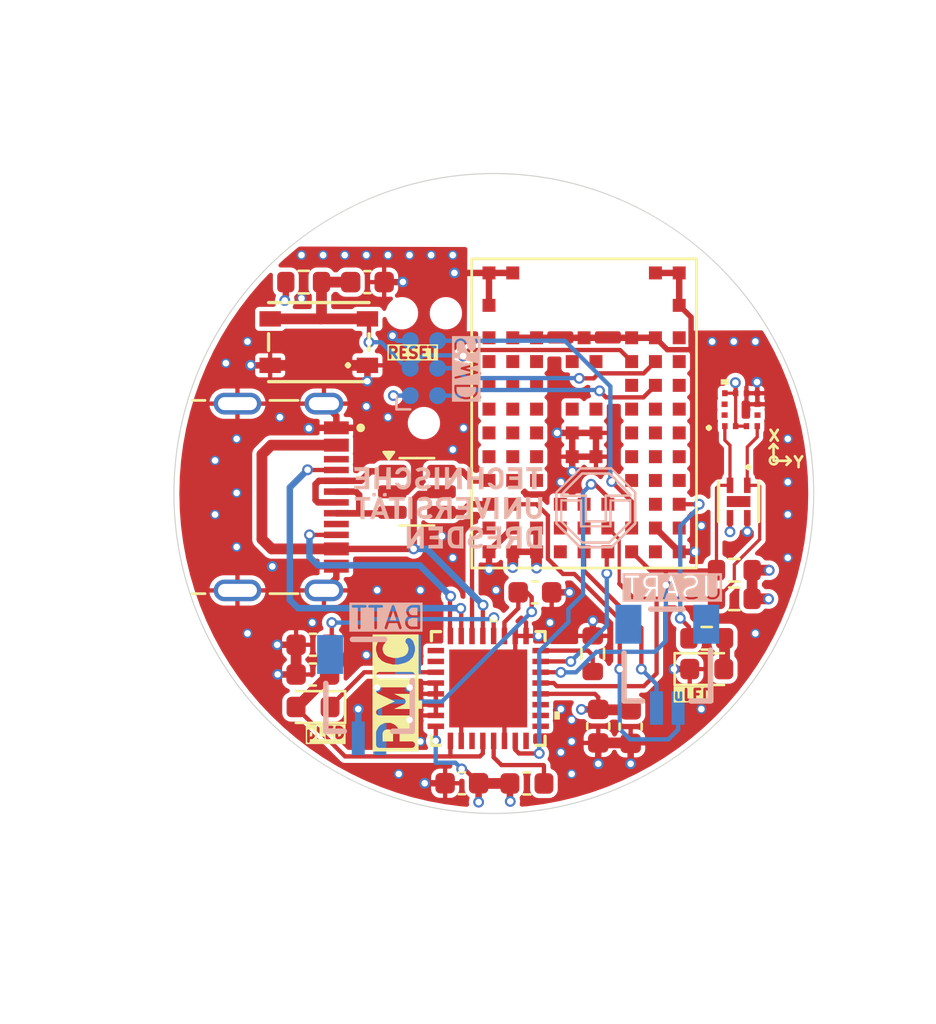
<source format=kicad_pcb>
(kicad_pcb (version 20240108) (generator "pcbnew") (generator_version "8.0")
  (layers (0 "F.Cu" signal) (1 "In1.Cu" power) (2 "In2.Cu" power) (31 "B.Cu" signal) (34 "B.Paste" user) (35 "F.Paste" user) (36 "B.SilkS" user "B.Silkscreen") (37 "F.SilkS" user "F.Silkscreen") (38 "B.Mask" user) (39 "F.Mask" user) (44 "Edge.Cuts" user))
  (net 0 "")
  (net 1 "/nRESET")
  (net 2 "GND")
  (net 3 "/VBUS")
  (net 4 "/VDD")
  (net 5 "/+BATT")
  (net 6 "/VSYS")
  (net 7 "/USB_VBUS")
  (net 8 "Net-(D1-A)")
  (net 9 "Net-(D3-K)")
  (net 10 "/PMIC_IO4")
  (net 11 "Net-(IC1-VSET2)")
  (net 12 "/SCL")
  (net 13 "/PMIC_IO2")
  (net 14 "/PMIC_SHPHLD")
  (net 15 "/USB_CC1")
  (net 16 "/PMIC_IO3")
  (net 17 "/PMIC_IO0")
  (net 18 "Net-(IC1-SW2)")
  (net 19 "/USB_CC2")
  (net 21 "/SDA")
  (net 22 "/PMIC_IO1")
  (net 23 "/SWCLK")
  (net 24 "/SWO")
  (net 25 "/SWDIO")
  (net 26 "Net-(J9-DP1)")
  (net 27 "Net-(J9-DN1)")
  (net 30 "/TX")
  (net 31 "/RX")
  (net 32 "/LED2")
  (net 35 "/CH0")
  (net 46 "/RTS")
  (net 55 "/XL2")
  (net 60 "/CTS")
  (net 65 "/XL1")
  (net 70 "Net-(IC1-LED0)")
  (net 71 "Net-(IC1-LED1)")
  (net 72 "/USB_DP")
  (net 73 "/USB_DN")
  (footprint "Capacitor_SMD:C_0603_1608Metric" (layer "F.Cu") (at 172.025 69.9 180)
    (property "Reference" "C14" (hide yes))
    (property "Value" "10uF")
  )
  (footprint "Resistor_SMD:R_0603_1608Metric" (layer "F.Cu") (at 171.6 51.75)
    (property "Reference" "R1" (hide yes))
    (property "Value" "4.7K")
  )
  (footprint "Capacitor_SMD:C_0603_1608Metric" (layer "F.Cu") (at 186.73 72.31 -90)
    (property "Reference" "C9" (hide yes))
    (property "Value" "100nF")
  )
  (footprint "Capacitor_SMD:C_0603_1608Metric" (layer "F.Cu") (at 174.55 51.75)
    (property "Reference" "C1" (hide yes))
    (property "Value" "100nF")
  )
  (footprint "Project_Work:NPM1300" (layer "F.Cu") (at 180.139999 70.5457 90)
    (property "Reference" "IC1" (hide yes))
    (property "Value" "NPM1300-QEAA-R")
  )
  (footprint "Inductor_SMD:L_0603_1608Metric" (layer "F.Cu") (at 181.93 74.94 180)
    (property "Reference" "L1" (hide yes))
    (property "Value" "2.2uH 20%")
  )
  (footprint "Project_Work:SW4_PTS815 SJM 250 SMTR LFS_CNK" (layer "F.Cu") (at 172.3 54.525 180)
    (property "Reference" "SW1" (hide yes))
    (property "Value" "SW_MEC_5E")
  )
  (footprint "Capacitor_SMD:C_0603_1608Metric" (layer "F.Cu") (at 185.23 72.29 -90)
    (property "Reference" "C7" (hide yes))
    (property "Value" "4.7uF")
  )
  (footprint "Resistor_SMD:R_0603_1608Metric" (layer "F.Cu") (at 191.525 66.4)
    (property "Reference" "R9" (hide yes))
    (property "Value" "4.7K")
  )
  (footprint "Resistor_SMD:R_0603_1608Metric" (layer "F.Cu") (at 191.525 65.075)
    (property "Reference" "R8" (hide yes))
    (property "Value" "4.7K")
  )
  (footprint "Project_Work:NORA-B106-00B" (layer "F.Cu") (at 184.575004 58.725 90)
    (property "Reference" "U1" (hide yes))
    (property "Value" "NORA-B106-00B")
  )
  (footprint "LED_SMD:LED_0603_1608Metric" (layer "F.Cu") (at 172.034997 71.404999 180)
    (property "Reference" "D3" (hide yes))
    (property "Value" "RED")
  )
  (footprint "Capacitor_SMD:C_0603_1608Metric" (layer "F.Cu") (at 178.92 74.93 180)
    (property "Reference" "C8" (hide yes))
    (property "Value" "10uF")
  )
  (footprint "Resistor_SMD:R_0603_1608Metric" (layer "F.Cu") (at 190.25 68.225 180)
    (property "Reference" "R2" (hide yes))
    (property "Value" "220R")
  )
  (footprint "Capacitor_SMD:C_0603_1608Metric" (layer "F.Cu") (at 182.3 66.1)
    (property "Reference" "C11" (hide yes))
    (property "Value" "2.2uF")
  )
  (footprint "Resistor_SMD:R_0603_1608Metric" (layer "F.Cu") (at 184.975 68.940002 90)
    (property "Reference" "R6" (hide yes))
    (property "Value" "330K")
  )
  (footprint "LED_SMD:LED_0603_1608Metric" (layer "F.Cu") (at 190.250003 69.649999)
    (property "Reference" "D1" (hide yes))
    (property "Value" "RED")
  )
  (footprint "Project_Work:SAMESKY_UJ20-C-H-G-SMT-P16-TR-USBC-FEMALE" (layer "F.Cu") (at 168.5375 61.69075 -90)
    (property "Reference" "J9" (hide yes))
    (property "Value" "UJ20-C-H-G-SMT-P16-TR")
  )
  (footprint "Project_Work:STS40" (layer "F.Cu") (at 191.724951 61.8993 -90)
    (property "Reference" "U4" (hide yes))
    (property "Value" "STS40")
  )
  (footprint "Capacitor_SMD:C_0603_1608Metric" (layer "F.Cu") (at 172.024998 68.524999 180)
    (property "Reference" "C13" (hide yes))
    (property "Value" "10uF")
  )
  (footprint "Project_Work:LIS2DTW12_STM" (layer "F.Cu") (at 191.8369 57.65 90)
    (property "Reference" "U2" (hide yes))
    (property "Value" "LIS2DTW12")
  )
  (footprint "Package_TO_SOT_SMD:SOT-23-6" (layer "F.Cu") (at 176.84 61.45)
    (property "Reference" "U6" (hide yes))
    (property "Value" "USBLC6-2SC6")
  )
  (footprint "Project_Work:SM02B-SRSS-TB" (layer "B.Cu") (at 188.425 69.475)
    (property "Reference" "J8" (hide yes))
    (property "Value" "SM02B-SRSS-TB")
  )
  (footprint "Project_Work:SM02B-SRSS-TB" (layer "B.Cu") (at 174.625 70.875)
    (property "Reference" "J4" (hide yes))
    (property "Value" "SM02B-SRSS-TB")
  )
  (footprint "LOGO" (layer "B.Cu") (at 180.47 62.19 180)
    (property "Reference" "g" (hide yes))
    (property "Value" "LOGO" (hide yes))
  )
  (footprint "Connector:Tag-Connect_TC2030-IDC-NL_2x03_P1.27mm_Vertical" (layer "B.Cu") (at 177.165 55.730002 90)
    (property "Reference" "J2" (hide yes))
    (property "Value" "SWD_TagConnect")
  )
  (gr_circle (center 193.35 60) (end 193.525 60.05) (stroke (width 0.12)) (fill none) (layer "F.SilkS"))
  (gr_circle (center 180.397502 61.527499) (end 195.197502 61.527499) (stroke (width 0.05)) (fill none) (layer "Edge.Cuts"))
  (gr_text "USART" (at 191.1 66.5 0) (layer "B.SilkS" knockout) (effects (font (size 1 1) (thickness 0.1)) (justify left bottom mirror)))
  (gr_text "SWD" (at 179.75 54.15 90) (layer "B.SilkS" knockout) (effects (font (size 1 1) (thickness 0.1)) (justify left bottom mirror)))
  (gr_text "BATT" (at 177.25 67.875 0) (layer "B.SilkS" knockout) (effects (font (size 1 1) (thickness 0.125)) (justify left bottom mirror)))
  (gr_text "pLED" (at 171.62 72.9 0) (layer "F.SilkS" knockout) (effects (font (size 0.5 0.5) (thickness 0.125) (bold yes)) (justify left bottom)))
  (gr_text "X\n" (at 193.05 59.15 0) (layer "F.SilkS") (effects (font (size 0.5 0.5) (thickness 0.125)) (justify left bottom)))
  (gr_text "→" (at 193.85 60.325 90) (layer "F.SilkS") (effects (font (size 1 1) (thickness 0.125)) (justify left bottom)))
  (gr_text "uLED" (at 188.64 71.14 0) (layer "F.SilkS" knockout) (effects (font (size 0.5 0.5) (thickness 0.125) (bold yes)) (justify left bottom)))
  (gr_text "PMIC" (at 176.8 73.7 90) (layer "F.SilkS" knockout) (effects (font (size 1.5 1.5) (thickness 0.3) (bold yes)) (justify left bottom)))
  (gr_text "Y" (at 194.2 60.375 0) (layer "F.SilkS") (effects (font (size 0.5 0.5) (thickness 0.125)) (justify left bottom)))
  (gr_text "RESET" (at 175.4 55.32 0) (layer "F.SilkS" knockout) (effects (font (size 0.5 0.5) (thickness 0.125)) (justify left bottom)))
  (gr_text "→" (at 193.050001 60.525 0) (layer "F.SilkS") (effects (font (size 1 1) (thickness 0.125)) (justify left bottom)))
  (segment (start 172.425 51.75) (end 173.774999 51.75) (width 0.5) (layer "F.Cu") (net 1))
  (segment (start 172.425 53.400001) (end 172.375 53.450001) (width 0.5) (layer "F.Cu") (net 1))
  (segment (start 174.54 53.460003) (end 174.550002 53.450001) (width 0.2) (layer "F.Cu") (net 1))
  (segment (start 178.98 55.17) (end 179.26 54.89) (width 0.2) (layer "F.Cu") (net 1))
  (segment (start 172.425 51.75) (end 172.425 53.400001) (width 0.5) (layer "F.Cu") (net 1))
  (segment (start 179.26 54.89) (end 186.240004 54.89) (width 0.2) (layer "F.Cu") (net 1))
  (segment (start 174.62 54.53) (end 174.62 53.519999) (width 0.2) (layer "F.Cu") (net 1))
  (segment (start 174.62 53.519999) (end 174.550002 53.450001) (width 0.2) (layer "F.Cu") (net 1))
  (segment (start 170.049999 53.450001) (end 172.375 53.450001) (width 0.5) (layer "F.Cu") (net 1))
  (segment (start 186.240004 54.89) (end 186.775004 55.425) (width 0.2) (layer "F.Cu") (net 1))
  (segment (start 172.375 53.450001) (end 174.550002 53.450001) (width 0.5) (layer "F.Cu") (net 1))
  (via (at 178.98 55.17) (size 0.5) (drill 0.3) (layers "F.Cu" "B.Cu") (net 1))
  (via (at 174.62 54.53) (size 0.5) (drill 0.3) (layers "F.Cu" "B.Cu") (net 1))
  (segment (start 175.18 54.53) (end 174.62 54.53) (width 0.2) (layer "B.Cu") (net 1))
  (segment (start 176.53 55.730002) (end 176.380002 55.730002) (width 0.2) (layer "B.Cu") (net 1))
  (segment (start 176.380002 55.730002) (end 175.18 54.53) (width 0.2) (layer "B.Cu") (net 1))
  (segment (start 177.1237 55.136302) (end 178.946302 55.136302) (width 0.2) (layer "B.Cu") (net 1))
  (segment (start 178.946302 55.136302) (end 178.98 55.17) (width 0.2) (layer "B.Cu") (net 1))
  (segment (start 176.53 55.730002) (end 177.1237 55.136302) (width 0.2) (layer "B.Cu") (net 1))
  (segment (start 184.975 67.415) (end 184.98 67.41) (width 0.3) (layer "F.Cu") (net 2))
  (segment (start 189.613749 69.650001) (end 188.73625 69.649999) (width 0.3) (layer "F.Cu") (net 2))
  (segment (start 180.175004 51.325) (end 178.575 51.325) (width 0.3) (layer "F.Cu") (net 2))
  (segment (start 178.144999 74.93) (end 177.2 74.93) (width 0.3) (layer "F.Cu") (net 2))
  (segment (start 180.175004 65.049996) (end 180.175 65.05) (width 0.3) (layer "F.Cu") (net 2))
  (segment (start 178.890001 71.795697) (end 180.139999 70.5457) (width 0.2) (layer "F.Cu") (net 2))
  (segment (start 187.875004 54.325) (end 187.875005 54.325001) (width 0.3) (layer "F.Cu") (net 2))
  (segment (start 185.23 73.065001) (end 186.71 73.065001) (width 0.5) (layer "F.Cu") (net 2))
  (segment (start 175.907852 59.34) (end 175.058599 58.490747) (width 0.3) (layer "F.Cu") (net 2))
  (segment (start 175.7025 61.45) (end 176.364999 61.45) (width 0.3) (layer "F.Cu") (net 2))
  (segment (start 192.125002 63.29) (end 192.125002 62.648603) (width 0.2) (layer "F.Cu") (net 2))
  (segment (start 173.112503 65.435751) (end 172.537502 66.010752) (width 0.3) (layer "F.Cu") (net 2))
  (segment (start 173.112503 64.890753) (end 170.159247 64.890753) (width 0.3) (layer "F.Cu") (net 2))
  (segment (start 184.025004 59.825) (end 184.025004 60.499996) (width 0.3) (layer "F.Cu") (net 2))
  (segment (start 186.775004 54.325) (end 187.875004 54.325) (width 0.3) (layer "F.Cu") (net 2))
  (segment (start 185.125002 58.725001) (end 185.125002 59.824998) (width 0.3) (layer "F.Cu") (net 2))
  (segment (start 192.598901 56.9) (end 192.586901 56.888) (width 0.15) (layer "F.Cu") (net 2))
  (segment (start 180.890001 72.971399) (end 180.890001 71.2957) (width 0.2) (layer "F.Cu") (net 2))
  (segment (start 170.399998 69.9) (end 170.394997 69.894999) (width 0.3) (layer "F.Cu") (net 2))
  (segment (start 192.586901 56.386901) (end 192.575 56.375) (width 0.2) (layer "F.Cu") (net 2))
  (segment (start 184.025004 59.825) (end 184.025004 58.725001) (width 0.3) (layer "F.Cu") (net 2))
  (segment (start 192.586901 56.888) (end 192.586901 56.386901) (width 0.2) (layer "F.Cu") (net 2))
  (segment (start 180.175002 52.824999) (end 180.175002 51.325002) (width 0.3) (layer "F.Cu") (net 2))
  (segment (start 184.025004 60.499996) (end 184.025 60.5) (width 0.3) (layer "F.Cu") (net 2))
  (segment (start 173.1125 58.490747) (end 173.1125 57.945747) (width 0.3) (layer "F.Cu") (net 2))
  (segment (start 177.714297 70.295698) (end 177.714299 71.795698) (width 0.2) (layer "F.Cu") (net 2))
  (segment (start 180.175002 51.325002) (end 180.175004 51.325) (width 0.3) (layer "F.Cu") (net 2))
  (segment (start 174.550001 56.319999) (end 174.54 56.33) (width 0.3) (layer "F.Cu") (net 2))
  (segment (start 183.075001 66.1) (end 183.9 66.1) (width 0.3) (layer "F.Cu") (net 2))
  (segment (start 185.23 73.065001) (end 185.23 74.03) (width 0.3) (layer "F.Cu") (net 2))
  (segment (start 181.390001 68.119999) (end 181.389996 68.119994) (width 0.2) (layer "F.Cu") (net 2))
  (segment (start 171.249999 69.9) (end 170.399998 69.9) (width 0.3) (layer "F.Cu") (net 2))
  (segment (start 170.159247 64.890753) (end 170.15 64.9) (width 0.3) (layer "F.Cu") (net 2))
  (segment (start 180.175004 64.224998) (end 181.275003 63.124999) (width 0.3) (layer "F.Cu") (net 2))
  (segment (start 184.575004 54.325) (end 186.775004 54.325) (width 0.3) (layer "F.Cu") (net 2))
  (segment (start 173.112503 64.890753) (end 173.112503 65.435751) (width 0.3) (layer "F.Cu") (net 2))
  (segment (start 171.249997 68.524999) (end 170.374997 68.524999) (width 0.3) (layer "F.Cu") (net 2))
  (segment (start 173.1125 58.490747) (end 171.859253 58.490747) (width 0.3) (layer "F.Cu") (net 2))
  (segment (start 184.025006 58.724999) (end 183.325001 58.724999) (width 0.3) (layer "F.Cu") (net 2))
  (segment (start 178.89 72.971405) (end 178.890001 71.795697) (width 0.2) (layer "F.Cu") (net 2))
  (segment (start 188.425004 54.875) (end 187.875005 54.325001) (width 0.25) (layer "F.Cu") (net 2))
  (segment (start 189.525004 54.875) (end 188.425004 54.875) (width 0.25) (layer "F.Cu") (net 2))
  (segment (start 184.970002 68.12) (end 184.975 68.115002) (width 0.5) (layer "F.Cu") (net 2))
  (segment (start 181.889998 68.12) (end 182.46 68.12) (width 0.2) (layer "F.Cu") (net 2))
  (segment (start 187.875004 51.325) (end 188.975004 51.325) (width 0.3) (layer "F.Cu") (net 2))
  (segment (start 170.049998 55.599999) (end 174.550001 55.599999) (width 0.5) (layer "F.Cu") (net 2))
  (segment (start 189.525004 53.375) (end 189.525004 54.49) (width 0.25) (layer "F.Cu") (net 2))
  (segment (start 171.249997 68.525002) (end 171.249996 69.899999) (width 0.5) (layer "F.Cu") (net 2))
  (segment (start 188.975006 64.224999) (end 189.699999 64.224999) (width 0.3) (layer "F.Cu") (net 2))
  (segment (start 176.82 59.34) (end 175.907852 59.34) (width 0.3) (layer "F.Cu") (net 2))
  (segment (start 175.058599 58.490747) (end 173.1125 58.490747) (width 0.3) (layer "F.Cu") (net 2))
  (segment (start 172.5375 57.370747) (end 172.537501 57.370748) (width 0.3) (layer "F.Cu") (net 2))
  (segment (start 189.699999 64.224999) (end 189.7 64.225) (width 0.3) (layer "F.Cu") (net 2))
  (segment (start 192.086899 56.888) (end 192.586901 56.888) (width 0.15) (layer "F.Cu") (net 2))
  (segment (start 181.889997 68.119998) (end 181.390001 68.119999) (width 0.2) (layer "F.Cu") (net 2))
  (segment (start 185.125002 59.824998) (end 185.125004 59.825) (width 0.3) (layer "F.Cu") (net 2))
  (segment (start 171.859253 58.490747) (end 171.84 58.51) (width 0.3) (layer "F.Cu") (net 2))
  (segment (start 192.598901 57.4) (end 192.598901 56.9) (width 0.15) (layer "F.Cu") (net 2))
  (segment (start 176.364999 61.45) (end 176.82 60.994999) (width 0.3) (layer "F.Cu") (net 2))
  (segment (start 187.875011 63.125004) (end 188.975006 64.224999) (width 0.3) (layer "F.Cu") (net 2))
  (segment (start 176.18 51.75) (end 176.19 51.74) (width 0.3) (layer "F.Cu") (net 2))
  (segment (start 181.389996 68.119994) (end 181.389996 69.295701) (width 0.2) (layer "F.Cu") (net 2))
  (segment (start 180.175004 51.325) (end 181.275004 51.325) (width 0.3) (layer "F.Cu") (net 2))
  (segment (start 180.890001 71.2957) (end 180.139999 70.5457) (width 0.2) (layer "F.Cu") (net 2))
  (segment (start 185.125004 59.825) (end 184.025004 59.825) (width 0.3) (layer "F.Cu") (net 2))
  (segment (start 185.125 58.724999) (end 185.125002 58.725001) (width 0.3) (layer "F.Cu") (net 2))
  (segment (start 182.375004 54.325) (end 181.275008 54.325) (width 0.3) (layer "F.Cu") (net 2))
  (segment (start 170.049998 55.599999) (end 169.159999 55.599999) (width 0.3) (layer "F.Cu") (net 2))
  (segment (start 184.975 68.115002) (end 184.975 67.415) (width 0.3) (layer "F.Cu") (net 2))
  (segment (start 182.375004 54.325) (end 184.575004 54.325) (width 0.3) (layer "F.Cu") (net 2))
  (segment (start 188.975004 51.325) (end 188.975004 52.825) (width 0.3) (layer "F.Cu") (net 2))
  (segment (start 189.525004 54.49) (end 189.525004 54.875) (width 0.25) (layer "F.Cu") (net 2))
  (segment (start 184.025006 58.724999) (end 185.125 58.724999) (width 0.3) (layer "F.Cu") (net 2))
  (segment (start 181.389996 69.295701) (end 180.139999 70.5457) (width 0.2) (layer "F.Cu") (net 2))
  (segment (start 187.875004 63.125004) (end 187.875011 63.125004) (width 0.3) (layer "F.Cu") (net 2))
  (segment (start 184.025004 58.725001) (end 184.025006 58.724999) (width 0.3) (layer "F.Cu") (net 2))
  (segment (start 190.49 54.49) (end 190.5 54.5) (width 0.3) (layer "F.Cu") (net 2))
  (segment (start 186.71 73.065001) (end 186.73 73.085001) (width 0.5) (layer "F.Cu") (net 2))
  (segment (start 176.82 60.994999) (end 176.82 59.34) (width 0.3) (layer "F.Cu") (net 2))
  (segment (start 183.325001 58.724999) (end 183.325 58.725) (width 0.3) (layer "F.Cu") (net 2))
  (segment (start 173.1125 57.945747) (end 172.537501 57.370748) (width 0.3) (layer "F.Cu") (net 2))
  (segment (start 186.73 73.085001) (end 186.73 74.03) (width 0.3) (layer "F.Cu") (net 2))
  (segment (start 181.275008 54.325) (end 181.275004 54.324996) (width 0.3) (layer "F.Cu") (net 2))
  (segment (start 177.714299 71.795698) (end 177.714298 71.795699) (width 0.2) (layer "F.Cu") (net 2))
  (segment (start 180.175004 64.224998) (end 180.175004 65.049996) (width 0.3) (layer "F.Cu") (net 2))
  (segment (start 175.325001 51.75) (end 176.18 51.75) (width 0.3) (layer "F.Cu") (net 2))
  (segment (start 189.525004 54.49) (end 190.49 54.49) (width 0.25) (layer "F.Cu") (net 2))
  (segment (start 169.159999 55.599999) (end 169.15 55.59) (width 0.3) (layer "F.Cu") (net 2))
  (segment (start 174.550001 55.599999) (end 174.550001 56.319999) (width 0.3) (layer "F.Cu") (net 2))
  (segment (start 188.975004 52.825) (end 189.525004 53.375) (width 0.25) (layer "F.Cu") (net 2))
  (via (at 194 59) (size 0.45) (drill 0.3) (layers "F.Cu" "B.Cu") (net 2))
  (via (at 170.374997 68.524999) (size 0.5) (drill 0.3) (layers "F.Cu" "B.Cu") (net 2))
  (via (at 178.5 59.5) (size 0.45) (drill 0.3) (layers "F.Cu" "B.Cu") (net 2))
  (via (at 183.9 66.1) (size 0.5) (drill 0.3) (layers "F.Cu" "B.Cu") (net 2))
  (via (at 178.5 50.5) (size 0.45) (drill 0.3) (layers "F.Cu" "B.Cu") (net 2))
  (via (at 184 74.5) (size 0.45) (drill 0.3) (layers "F.Cu" "B.Cu") (net 2))
  (via (at 168.5 61.5) (size 0.45) (drill 0.3) (layers "F.Cu" "B.Cu") (net 2))
  (via (at 188.733749 69.647501) (size 0.5) (drill 0.3) (layers "F.Cu" "B.Cu") (net 2))
  (via (at 189.7 64.225) (size 0.5) (drill 0.3) (layers "F.Cu" "B.Cu") (net 2))
  (via (at 179 58.5) (size 0.45) (drill 0.3) (layers "F.Cu" "B.Cu") (net 2))
  (via (at 178.575 51.325) (size 0.5) (drill 0.3) (layers "F.Cu" "B.Cu") (net 2))
  (via (at 180.175 65.05) (size 0.5) (drill 0.3) (layers "F.Cu" "B.Cu") (net 2))
  (via (at 184 73) (size 0.45) (drill 0.3) (layers "F.Cu" "B.Cu") (net 2))
  (via (at 171.5 50.5) (size 0.45) (drill 0.3) (layers "F.Cu" "B.Cu") (net 2))
  (via (at 176 74.5) (size 0.45) (drill 0.3) (layers "F.Cu" "B.Cu") (net 2))
  (via (at 184 72) (size 0.45) (drill 0.3) (layers "F.Cu" "B.Cu") (net 2))
  (via (at 175 70.5) (size 0.45) (drill 0.3) (layers "F.Cu" "B.Cu") (net 2))
  (via (at 170.394997 69.894999) (size 0.5) (drill 0.3) (layers "F.Cu" "B.Cu") (net 2))
  (via (at 168 55.5) (size 0.45) (drill 0.3) (layers "F.Cu" "B.Cu") (net 2))
  (via (at 174.5 50.5) (size 0.45) (drill 0.3) (layers "F.Cu" "B.Cu") (net 2))
  (via (at 173.5 50.5) (size 0.45) (drill 0.3) (layers "F.Cu" "B.Cu") (net 2))
  (via (at 192.575 56.375) (size 0.5) (drill 0.3) (layers "F.Cu" "B.Cu") (net 2))
  (via (at 190.5 54.5) (size 0.45) (drill 0.3) (layers "F.Cu" "B.Cu") (net 2))
  (via (at 190 71.5) (size 0.45) (drill 0.3) (layers "F.Cu" "B.Cu") (net 2))
  (via (at 172 67.5) (size 0.45) (drill 0.3) (layers "F.Cu" "B.Cu") (net 2))
  (via (at 185.23 74.03) (size 0.5) (drill 0.3) (layers "F.Cu" "B.Cu") (net 2))
  (via (at 190.005995 63.021052) (size 0.45) (drill 0.3) (layers "F.Cu" "B.Cu") (net 2))
  (via (at 177 73) (size 0.45) (drill 0.3) (layers "F.Cu" "B.Cu") (net 2))
  (via (at 174.5 57.5) (size 0.45) (drill 0.3) (layers "F.Cu" "B.Cu") (net 2))
  (via (at 177 66) (size 0.45) (drill 0.3) (layers "F.Cu" "B.Cu") (net 2))
  (via (at 177.2 74.93) (size 0.5) (drill 0.3) (layers "F.Cu" "B.Cu") (net 2))
  (via (at 191.5 54.5) (size 0.45) (drill 0.3) (layers "F.Cu" "B.Cu") (net 2))
  (via (at 192.5 54.5) (size 0.45) (drill 0.3) (layers "F.Cu" "B.Cu") (net 2))
  (via (at 169.15 55.59) (size 0.5) (drill 0.3) (layers "F.Cu" "B.Cu") (net 2))
  (via (at 178 63.5) (size 0.45) (drill 0.3) (layers "F.Cu" "B.Cu") (net 2))
  (via (at 183 67.5) (size 0.45) (drill 0.3) (layers "F.Cu" "B.Cu") (net 2))
  (via (at 183.5 71.5) (size 0.45) (drill 0.3) (layers "F.Cu" "B.Cu") (net 2))
  (via (at 183.5 61) (size 0.45) (drill 0.3) (layers "F.Cu" "B.Cu") (net 2))
  (via (at 194 64.5) (size 0.45) (drill 0.3) (layers "F.Cu" "B.Cu") (net 2))
  (via (at 176.5 50.5) (size 0.45) (drill 0.3) (layers "F.Cu" "B.Cu") (net 2))
  (via (at 169 54.5) (size 0.45) (drill 0.3) (layers "F.Cu" "B.Cu") (net 2))
  (via (at 178.5 64.5) (size 0.45) (drill 0.3) (layers "F.Cu" "B.Cu") (net 2))
  (via (at 168.5 59) (size 0.45) (drill 0.3) (layers "F.Cu" "B.Cu") (net 2))
  (via (at 170.15 64.9) (size 0.5) (drill 0.3) (layers "F.Cu" "B.Cu") (net 2))
  (via (at 171.5 52.5) (size 0.45) (drill 0.3) (layers "F.Cu" "B.Cu") (net 2))
  (via (at 176.19 51.74) (size 0.5) (drill 0.3) (layers "F.Cu" "B.Cu") (net 2))
  (via (at 186.73 74.03) (size 0.5) (drill 0.3) (layers "F.Cu" "B.Cu") (net 2))
  (via (at 170.5 58) (size 0.45) (drill 0.3) (layers "F.Cu" "B.Cu") (net 2))
  (via (at 184.025 60.5) (size 0.5) (drill 0.3) (layers "F.Cu" "B.Cu") (net 2))
  (via (at 168.5 64) (size 0.45) (drill 0.3) (layers "F.Cu" "B.Cu") (net 2))
  (via (at 182.46 68.12) (size 0.5) (drill 0.3) (layers "F.Cu" "B.Cu") (net 2))
  (via (at 177.5 50.5) (size 0.45) (drill 0.3) (layers "F.Cu" "B.Cu") (net 2))
  (via (at 175.5 50.5) (size 0.45) (drill 0.3) (layers "F.Cu" "B.Cu") (net 2))
  (via (at 180.5 66) (size 0.45) (drill 0.3) (layers "F.Cu" "B.Cu") (net 2))
  (via (at 175.5 58) (size 0.45) (drill 0.3) (layers "F.Cu" "B.Cu") (net 2))
  (via (at 174.125 71.5) (size 0.5) (drill 0.3) (layers "F.Cu" "B.Cu") (net 2))
  (via (at 183.325 58.725) (size 0.5) (drill 0.3) (layers "F.Cu" "B.Cu") (net 2))
  (via (at 184.98 67.41) (size 0.5) (drill 0.3) (layers "F.Cu" "B.Cu") (net 2))
  (via (at 194 62.5) (size 0.45) (drill 0.3) (layers "F.Cu" "B.Cu") (net 2))
  (via (at 167.5 62.5) (size 0.45) (drill 0.3) (layers "F.Cu" "B.Cu") (net 2))
  (via (at 176.5 72) (size 0.45) (drill 0.3) (layers "F.Cu" "B.Cu") (net 2))
  (via (at 175 66) (size 0.45) (drill 0.3) (layers "F.Cu" "B.Cu") (net 2))
  (via (at 167.5 60) (size 0.45) (drill 0.3) (layers "F.Cu" "B.Cu") (net 2))
  (via (at 172.5 50.5) (size 0.45) (drill 0.3) (layers "F.Cu" "B.Cu") (net 2))
  (via (at 183.5 73.5) (size 0.45) (drill 0.3) (layers "F.Cu" "B.Cu") (net 2))
  (via (at 192.5 68) (size 0.45) (drill 0.3) (layers "F.Cu" "B.Cu") (net 2))
  (via (at 176.5 70.5) (size 0.45) (drill 0.3) (layers "F.Cu" "B.Cu") (net 2))
  (via (at 169 68) (size 0.45) (drill 0.3) (layers "F.Cu" "B.Cu") (net 2))
  (via (at 192.125002 63.29) (size 0.5) (drill 0.3) (layers "F.Cu" "B.Cu") (net 2))
  (via (at 174.5 69) (size 0.45) (drill 0.3) (layers "F.Cu" "B.Cu") (net 2))
  (via (at 175.71 54.23) (size 0.5) (drill 0.3) (layers "F.Cu" "B.Cu") (net 2))
  (via (at 171.84 58.51) (size 0.5) (drill 0.3) (layers "F.Cu" "B.Cu") (net 2))
  (via (at 174.54 56.33) (size 0.5) (drill 0.3) (layers "F.Cu" "B.Cu") (net 2))
  (via (at 194 61) (size 0.45) (drill 0.3) (layers "F.Cu" "B.Cu") (net 2))
  (segment (start 174.124999 72.850001) (end 174.124999 71.500001) (width 0.3) (layer "B.Cu") (net 2))
  (segment (start 174.124999 71.500001) (end 174.125 71.5) (width 0.3) (layer "B.Cu") (net 2))
  (segment (start 176.53 54.460004) (end 175.940004 54.460004) (width 0.2) (layer "B.Cu") (net 2))
  (segment (start 175.940004 54.460004) (end 175.71 54.23) (width 0.2) (layer "B.Cu") (net 2))
  (segment (start 179.61 63.24) (end 180.060004 63.24) (width 0.2) (layer "F.Cu") (net 3))
  (segment (start 180.060004 63.24) (end 180.175004 63.125) (width 0.2) (layer "F.Cu") (net 3))
  (segment (start 179.389998 68.12) (end 179.389998 63.460002) (width 0.2) (layer "F.Cu") (net 3))
  (segment (start 179.389998 63.460002) (end 179.61 63.24) (width 0.2) (layer "F.Cu") (net 3))
  (segment (start 179.705002 74.940001) (end 179.695001 74.93) (width 0.5) (layer "F.Cu") (net 4))
  (segment (start 191.5869 56.887999) (end 191.5869 58.411999) (width 0.15) (layer "F.Cu") (net 4))
  (segment (start 184.45 71.514999) (end 185.23 71.514999) (width 0.3) (layer "F.Cu") (net 4))
  (segment (start 181.142498 75.752498) (end 181.16 75.77) (width 0.3) (layer "F.Cu") (net 4))
  (segment (start 182.375002 64.225001) (end 182.375002 64.974998) (width 0.5) (layer "F.Cu") (net 4))
  (segment (start 177.714299 72.965701) (end 177.71 72.97) (width 0.2) (layer "F.Cu") (net 4))
  (segment (start 191.5869 56.887999) (end 191.5869 56.4119) (width 0.2) (layer "F.Cu") (net 4))
  (segment (start 185.23 70.95) (end 185.23 71.514999) (width 0.2) (layer "F.Cu") (net 4))
  (segment (start 192.35 65.075) (end 193.135 65.075) (width 0.5) (layer "F.Cu") (net 4))
  (segment (start 192.086899 58.412) (end 192.0869 58.412001) (width 0.15) (layer "F.Cu") (net 4))
  (segment (start 186.73 71.534999) (end 185.25 71.534999) (width 0.5) (layer "F.Cu") (net 4))
  (segment (start 191.5869 56.4119) (end 191.575 56.4) (width 0.2) (layer "F.Cu") (net 4))
  (segment (start 193.135 65.075) (end 193.14 65.08) (width 0.5) (layer "F.Cu") (net 4))
  (segment (start 182.375002 64.974998) (end 182.375 64.975) (width 0.5) (layer "F.Cu") (net 4))
  (segment (start 182.5657 70.7957) (end 185.0757 70.7957) (width 0.2) (layer "F.Cu") (net 4))
  (segment (start 182.375002 64.225001) (end 182.375002 63.125002) (width 0.3) (layer "F.Cu") (net 4))
  (segment (start 191.5869 58.411999) (end 191.586901 58.412) (width 0.15) (layer "F.Cu") (net 4))
  (segment (start 181.275004 64.949996) (end 181.275 64.95) (width 0.5) (layer "F.Cu") (net 4))
  (segment (start 185.0757 70.7957) (end 185.23 70.95) (width 0.2) (layer "F.Cu") (net 4))
  (segment (start 170.775 52.55) (end 170.775 51.75) (width 0.3) (layer "F.Cu") (net 4))
  (segment (start 191.325 63.3) (end 191.324902 63.299902) (width 0.2) (layer "F.Cu") (net 4))
  (segment (start 182.375002 63.125002) (end 182.375004 63.125) (width 0.3) (layer "F.Cu") (net 4))
  (segment (start 170.725 52.6) (end 170.775 52.55) (width 0.3) (layer "F.Cu") (net 4))
  (segment (start 181.275004 64.225001) (end 181.275004 64.949996) (width 0.5) (layer "F.Cu") (net 4))
  (segment (start 177.714299 72.295699) (end 177.714299 72.965701) (width 0.2) (layer "F.Cu") (net 4))
  (segment (start 179.035001 74.27) (end 179.695001 74.93) (width 0.2) (layer "F.Cu") (net 4))
  (segment (start 191.586899 56.888) (end 191.5869 56.887999) (width 0.15) (layer "F.Cu") (net 4))
  (segment (start 179.695001 75.804999) (end 179.695001 74.93) (width 0.3) (layer "F.Cu") (net 4))
  (segment (start 181.142498 74.940001) (end 179.705002 74.940001) (width 0.5) (layer "F.Cu") (net 4))
  (segment (start 191.586901 58.412) (end 192.086899 58.412) (width 0.15) (layer "F.Cu") (net 4))
  (segment (start 191.0869 56.888) (end 191.586899 56.888) (width 0.15) (layer "F.Cu") (net 4))
  (segment (start 192.35 66.4) (end 193.1 66.4) (width 0.5) (layer "F.Cu") (net 4))
  (segment (start 191.324902 63.299902) (end 191.324902 62.648601) (width 0.2) (layer "F.Cu") (net 4))
  (segment (start 193.1 66.4) (end 193.11 66.41) (width 0.5) (layer "F.Cu") (net 4))
  (segment (start 178.91 74.27) (end 179.035001 74.27) (width 0.2) (layer "F.Cu") (net 4))
  (segment (start 192.35 65.075) (end 192.35 66.4) (width 0.5) (layer "F.Cu") (net 4))
  (segment (start 181.142498 74.940001) (end 181.142498 75.752498) (width 0.3) (layer "F.Cu") (net 4))
  (segment (start 181.275004 64.225001) (end 182.375002 64.225001) (width 0.3) (layer "F.Cu") (net 4))
  (segment (start 185.25 71.534999) (end 185.23 71.514999) (width 0.5) (layer "F.Cu") (net 4))
  (via (at 181.16 75.77) (size 0.5) (drill 0.3) (layers "F.Cu" "B.Cu") (net 4))
  (via (at 193.11 66.41) (size 0.5) (drill 0.3) (layers "F.Cu" "B.Cu") (net 4))
  (via (at 193.14 65.08) (size 0.5) (drill 0.3) (layers "F.Cu" "B.Cu") (net 4))
  (via (at 170.725 52.6) (size 0.5) (drill 0.3) (layers "F.Cu" "B.Cu") (net 4))
  (via (at 191.575 56.4) (size 0.5) (drill 0.3) (layers "F.Cu" "B.Cu") (net 4))
  (via (at 178.91 74.27) (size 0.5) (drill 0.3) (layers "F.Cu" "B.Cu") (net 4))
  (via (at 182.375 64.975) (size 0.5) (drill 0.3) (layers "F.Cu" "B.Cu") (net 4))
  (via (at 181.275 64.95) (size 0.5) (drill 0.3) (layers "F.Cu" "B.Cu") (net 4))
  (via (at 177.71 72.97) (size 0.5) (drill 0.3) (layers "F.Cu" "B.Cu") (net 4))
  (via (at 175.75 57) (size 0.5) (drill 0.3) (layers "F.Cu" "B.Cu") (net 4))
  (via (at 191.325 63.3) (size 0.5) (drill 0.3) (layers "F.Cu" "B.Cu") (net 4))
  (via (at 179.695001 75.804999) (size 0.5) (drill 0.3) (layers "F.Cu" "B.Cu") (net 4))
  (via (at 184.45 71.514999) (size 0.5) (drill 0.3) (layers "F.Cu" "B.Cu") (net 4))
  (segment (start 176.530001 57.000002) (end 175.750002 57.000002) (width 0.2) (layer "B.Cu") (net 4))
  (segment (start 175.750002 57.000002) (end 175.75 57) (width 0.2) (layer "B.Cu") (net 4))
  (segment (start 177.71 72.97) (end 177.71 73.98) (width 0.2) (layer "B.Cu") (net 4))
  (segment (start 177.71 73.98) (end 178.62 73.98) (width 0.2) (layer "B.Cu") (net 4))
  (segment (start 178.62 73.98) (end 178.91 74.27) (width 0.2) (layer "B.Cu") (net 4))
  (segment (start 180.89 67.48) (end 181.53 66.84) (width 0.2) (layer "F.Cu") (net 5))
  (segment (start 181.925 66.1) (end 182.15 66.325) (width 0.2) (layer "F.Cu") (net 5))
  (segment (start 181.53 66.84) (end 181.53 66.105001) (width 0.2) (layer "F.Cu") (net 5))
  (segment (start 182.15 66.325) (end 182.15 67) (width 0.2) (layer "F.Cu") (net 5))
  (segment (start 180.89 68.120001) (end 180.89 67.48) (width 0.2) (layer "F.Cu") (net 5))
  (segment (start 181.524999 66.1) (end 181.514999 66.1) (width 0.2) (layer "F.Cu") (net 5))
  (segment (start 181.53 66.105001) (end 181.524999 66.1) (width 0.2) (layer "F.Cu") (net 5))
  (segment (start 181.524999 66.1) (end 181.925 66.1) (width 0.2) (layer "F.Cu") (net 5))
  (via (at 182.15 67) (size 0.5) (drill 0.3) (layers "F.Cu" "B.Cu") (net 5))
  (segment (start 175.15 71.15) (end 175.125001 71.174999) (width 0.2) (layer "B.Cu") (net 5))
  (segment (start 175.125001 71.174999) (end 175.125001 72.850002) (width 0.2) (layer "B.Cu") (net 5))
  (segment (start 178 71.15) (end 175.15 71.15) (width 0.2) (layer "B.Cu") (net 5))
  (segment (start 182.15 67) (end 178 71.15) (width 0.2) (layer "B.Cu") (net 5))
  (segment (start 172.9 68.424998) (end 172.799999 68.524999) (width 0.2) (layer "F.Cu") (net 6))
  (segment (start 172.9 67.5) (end 172.9 68.424998) (width 0.2) (layer "F.Cu") (net 6))
  (segment (start 171.295003 71.404998) (end 172.800001 69.9) (width 0.5) (layer "F.Cu") (net 6))
  (segment (start 171.247495 71.404998) (end 171.295003 71.404998) (width 0.5) (layer "F.Cu") (net 6))
  (segment (start 180.389999 68.119999) (end 180.389999 67.280001) (width 0.2) (layer "F.Cu") (net 6))
  (segment (start 179.7524 73.69) (end 179.889999 73.552401) (width 0.2) (layer "F.Cu") (net 6))
  (segment (start 178.39 73.68) (end 178.38 73.69) (width 0.2) (layer "F.Cu") (net 6))
  (segment (start 178.39 72.9714) (end 178.39 73.68) (width 0.2) (layer "F.Cu") (net 6))
  (segment (start 171.247495 71.404998) (end 171.247495 71.422495) (width 0.2) (layer "F.Cu") (net 6))
  (segment (start 179.889999 73.552401) (end 179.889999 72.971401) (width 0.2) (layer "F.Cu") (net 6))
  (segment (start 172.799999 68.525002) (end 172.8 69.899996) (width 0.5) (layer "F.Cu") (net 6))
  (segment (start 173.515 73.69) (end 178.38 73.69) (width 0.2) (layer "F.Cu") (net 6))
  (segment (start 178.38 73.69) (end 179.7524 73.69) (width 0.2) (layer "F.Cu") (net 6))
  (segment (start 180.389999 67.280001) (end 180.4 67.27) (width 0.2) (layer "F.Cu") (net 6))
  (segment (start 171.247495 71.422495) (end 173.515 73.69) (width 0.2) (layer "F.Cu") (net 6))
  (via (at 180.4 67.27) (size 0.5) (drill 0.3) (layers "F.Cu" "B.Cu") (net 6))
  (via (at 172.9 67.5) (size 0.5) (drill 0.3) (layers "F.Cu" "B.Cu") (net 6))
  (segment (start 180.4 67.27) (end 180.295 67.375) (width 0.2) (layer "B.Cu") (net 6))
  (segment (start 180.33 67.34) (end 174.685 67.34) (width 0.2) (layer "B.Cu") (net 6))
  (segment (start 174.685 67.34) (end 174.525 67.5) (width 0.2) (layer "B.Cu") (net 6))
  (segment (start 180.4 67.27) (end 180.33 67.34) (width 0.2) (layer "B.Cu") (net 6))
  (segment (start 174.525 67.5) (end 172.9 67.5) (width 0.2) (layer "B.Cu") (net 6))
  (segment (start 176.68925 64.09075) (end 176.69 64.09) (width 0.3) (layer "F.Cu") (net 7))
  (segment (start 179.889996 68.120001) (end 179.889996 66.700004) (width 0.2) (layer "F.Cu") (net 7))
  (segment (start 179.889996 66.700004) (end 179.9 66.69) (width 0.2) (layer "F.Cu") (net 7))
  (segment (start 176.69 64.09) (end 176.69 61.81) (width 0.3) (layer "F.Cu") (net 7))
  (segment (start 173.1125 64.09075) (end 176.68925 64.09075) (width 0.3) (layer "F.Cu") (net 7))
  (segment (start 169.67 63.64) (end 170.12075 64.09075) (width 0.5) (layer "F.Cu") (net 7))
  (segment (start 173.1125 59.29075) (end 170.09925 59.29075) (width 0.5) (layer "F.Cu") (net 7))
  (segment (start 169.67 59.72) (end 169.67 63.64) (width 0.5) (layer "F.Cu") (net 7))
  (segment (start 170.09925 59.29075) (end 169.67 59.72) (width 0.5) (layer "F.Cu") (net 7))
  (segment (start 176.95 61.55) (end 177.975 61.55) (width 0.3) (layer "F.Cu") (net 7))
  (segment (start 176.69 61.81) (end 176.95 61.55) (width 0.3) (layer "F.Cu") (net 7))
  (segment (start 170.12075 64.09075) (end 173.1125 64.09075) (width 0.5) (layer "F.Cu") (net 7))
  (via (at 179.9 66.69) (size 0.5) (drill 0.3) (layers "F.Cu" "B.Cu") (net 7))
  (via (at 176.68925 64.09075) (size 0.5) (drill 0.3) (layers "F.Cu" "B.Cu") (net 7))
  (segment (start 176.68925 64.09075) (end 177.30075 64.09075) (width 0.3) (layer "B.Cu") (net 7))
  (segment (start 177.30075 64.09075) (end 179.9 66.69) (width 0.3) (layer "B.Cu") (net 7))
  (segment (start 191.075 69.612505) (end 191.037505 69.65) (width 0.5) (layer "F.Cu") (net 8))
  (segment (start 191.075 68.225) (end 191.075 69.612505) (width 0.5) (layer "F.Cu") (net 8))
  (segment (start 172.822499 71.377501) (end 172.822499 71.405) (width 0.2) (layer "F.Cu") (net 9))
  (segment (start 174.404301 69.795699) (end 172.822499 71.377501) (width 0.2) (layer "F.Cu") (net 9))
  (segment (start 177.7143 69.795699) (end 174.404301 69.795699) (width 0.2) (layer "F.Cu") (net 9))
  (segment (start 182.565699 68.795701) (end 184.755701 68.795701) (width 0.2) (layer "F.Cu") (net 11))
  (segment (start 184.975 69.015) (end 184.975 69.765002) (width 0.2) (layer "F.Cu") (net 11))
  (segment (start 184.755701 68.795701) (end 184.975 69.015) (width 0.2) (layer "F.Cu") (net 11))
  (segment (start 183.5 69.8) (end 183.495699 69.795699) (width 0.2) (layer "F.Cu") (net 12))
  (segment (start 187.640006 65.09) (end 188.345 65.09) (width 0.2) (layer "F.Cu") (net 12))
  (segment (start 190.825003 61.149997) (end 191.3249 61.149997) (width 0.15) (layer "F.Cu") (net 12))
  (segment (start 186.775003 64.224997) (end 187.640006 65.09) (width 0.2) (layer "F.Cu") (net 12))
  (segment (start 183.495699 69.795699) (end 182.565699 69.795699) (width 0.2) (layer "F.Cu") (net 12))
  (segment (start 190.685 65.09) (end 190.7 65.075) (width 0.2) (layer "F.Cu") (net 12))
  (segment (start 188.36 65.77) (end 188.36 65.095) (width 0.2) (layer "F.Cu") (net 12))
  (segment (start 190.7 65.075) (end 190.7 61.275) (width 0.15) (layer "F.Cu") (net 12))
  (segment (start 191.3249 61.149997) (end 191.3249 59.2999) (width 0.15) (layer "F.Cu") (net 12))
  (segment (start 191.086899 59.061899) (end 191.086899 58.412) (width 0.15) (layer "F.Cu") (net 12))
  (segment (start 188.355 65.09) (end 190.685 65.09) (width 0.2) (layer "F.Cu") (net 12))
  (segment (start 188.36 65.095) (end 188.355 65.09) (width 0.2) (layer "F.Cu") (net 12))
  (segment (start 188.36 65.77) (end 188.35 65.76) (width 0.2) (layer "F.Cu") (net 12))
  (segment (start 191.3249 59.2999) (end 191.086899 59.061899) (width 0.15) (layer "F.Cu") (net 12))
  (segment (start 190.7 61.275) (end 190.825003 61.149997) (width 0.15) (layer "F.Cu") (net 12))
  (via (at 188.36 65.77) (size 0.5) (drill 0.3) (layers "F.Cu" "B.Cu") (net 12))
  (via (at 183.5 69.8) (size 0.5) (drill 0.3) (layers "F.Cu" "B.Cu") (net 12))
  (segment (start 183.5 69.8) (end 184.197893 69.8) (width 0.2) (layer "B.Cu") (net 12))
  (segment (start 184.197893 69.8) (end 185.147893 68.85) (width 0.2) (layer "B.Cu") (net 12))
  (segment (start 188.36 68.34) (end 188.36 65.77) (width 0.2) (layer "B.Cu") (net 12))
  (segment (start 185.147893 68.85) (end 187.85 68.85) (width 0.2) (layer "B.Cu") (net 12))
  (segment (start 187.85 68.85) (end 188.36 68.34) (width 0.2) (layer "B.Cu") (net 12))
  (segment (start 183.96 69.3) (end 183.955701 69.295701) (width 0.2) (layer "F.Cu") (net 14))
  (segment (start 183.955701 69.295701) (end 182.565699 69.295701) (width 0.2) (layer "F.Cu") (net 14))
  (segment (start 185.625 64.275004) (end 185.675004 64.225) (width 0.2) (layer "F.Cu") (net 14))
  (segment (start 185.625 65.225) (end 185.625 64.275004) (width 0.2) (layer "F.Cu") (net 14))
  (via (at 185.625 65.225) (size 0.5) (drill 0.3) (layers "F.Cu" "B.Cu") (net 14))
  (via (at 183.96 69.3) (size 0.5) (drill 0.3) (layers "F.Cu" "B.Cu") (net 14))
  (segment (start 185.625 67.635) (end 185.625 65.225) (width 0.2) (layer "B.Cu") (net 14))
  (segment (start 183.96 69.3) (end 185.625 67.635) (width 0.2) (layer "B.Cu") (net 14))
  (segment (start 178.89 66.86) (end 178.87 66.84) (width 0.2) (layer "F.Cu") (net 15))
  (segment (start 171.790751 60.440751) (end 171.78 60.43) (width 0.2) (layer "F.Cu") (net 15))
  (segment (start 178.89 68.12) (end 178.89 66.86) (width 0.2) (layer "F.Cu") (net 15))
  (segment (start 173.112499 60.440751) (end 171.790751 60.440751) (width 0.2) (layer "F.Cu") (net 15))
  (via (at 171.78 60.43) (size 0.5) (drill 0.3) (layers "F.Cu" "B.Cu") (net 15))
  (via (at 178.87 66.84) (size 0.5) (drill 0.3) (layers "F.Cu" "B.Cu") (net 15))
  (segment (start 171.34 66.83) (end 170.96 66.45) (width 0.3) (layer "B.Cu") (net 15))
  (segment (start 178.87 66.84) (end 178.86 66.83) (width 0.3) (layer "B.Cu") (net 15))
  (segment (start 178.86 66.83) (end 171.34 66.83) (width 0.3) (layer "B.Cu") (net 15))
  (segment (start 170.96 61.25) (end 171.78 60.43) (width 0.3) (layer "B.Cu") (net 15))
  (segment (start 170.96 66.45) (end 170.96 61.25) (width 0.3) (layer "B.Cu") (net 15))
  (segment (start 182.4976 73.5524) (end 181.562998 73.5524) (width 0.2) (layer "F.Cu") (net 17))
  (segment (start 184.9 61.1) (end 185.075 61.1) (width 0.2) (layer "F.Cu") (net 17))
  (segment (start 185.075 61.1) (end 185.675004 61.700004) (width 0.2) (layer "F.Cu") (net 17))
  (segment (start 181.562998 73.5524) (end 181.389998 73.3794) (width 0.2) (layer "F.Cu") (net 17))
  (segment (start 182.5 73.55) (end 182.4976 73.5524) (width 0.2) (layer "F.Cu") (net 17))
  (segment (start 185.675004 61.700004) (end 185.675004 62.025) (width 0.2) (layer "F.Cu") (net 17))
  (segment (start 181.389998 73.3794) (end 181.389998 72.9714) (width 0.2) (layer "F.Cu") (net 17))
  (via (at 184.9 61.1) (size 0.5) (drill 0.3) (layers "F.Cu" "B.Cu") (net 17))
  (via (at 182.5 73.55) (size 0.5) (drill 0.3) (layers "F.Cu" "B.Cu") (net 17))
  (segment (start 182.5 68.825) (end 183.85 67.475) (width 0.2) (layer "B.Cu") (net 17))
  (segment (start 184.525 66.2) (end 184.525 61.475) (width 0.2) (layer "B.Cu") (net 17))
  (segment (start 184.525 61.475) (end 184.9 61.1) (width 0.2) (layer "B.Cu") (net 17))
  (segment (start 183.85 66.875) (end 184.525 66.2) (width 0.2) (layer "B.Cu") (net 17))
  (segment (start 183.85 67.475) (end 183.85 66.875) (width 0.2) (layer "B.Cu") (net 17))
  (segment (start 182.5 73.55) (end 182.5 68.825) (width 0.2) (layer "B.Cu") (net 17))
  (segment (start 180.390003 72.971399) (end 180.38 72.981401) (width 0.2) (layer "F.Cu") (net 18))
  (segment (start 180.390002 72.971399) (end 180.390002 73.730002) (width 0.2) (layer "F.Cu") (net 18))
  (segment (start 182.69 74.09) (end 182.717502 74.117502) (width 0.2) (layer "F.Cu") (net 18))
  (segment (start 180.390002 73.730002) (end 180.75 74.09) (width 0.2) (layer "F.Cu") (net 18))
  (segment (start 180.75 74.09) (end 182.69 74.09) (width 0.2) (layer "F.Cu") (net 18))
  (segment (start 182.717502 74.117502) (end 182.717502 74.939999) (width 0.2) (layer "F.Cu") (net 18))
  (segment (start 178.37 66.31) (end 178.4 66.28) (width 0.2) (layer "F.Cu") (net 19))
  (segment (start 178.39 68.12) (end 178.37 68.1) (width 0.2) (layer "F.Cu") (net 19))
  (segment (start 173.1125 63.44075) (end 171.87075 63.44075) (width 0.2) (layer "F.Cu") (net 19))
  (segment (start 171.87075 63.44075) (end 171.87 63.44) (width 0.2) (layer "F.Cu") (net 19))
  (segment (start 178.37 68.1) (end 178.37 66.31) (width 0.2) (layer "F.Cu") (net 19))
  (via (at 178.4 66.28) (size 0.5) (drill 0.3) (layers "F.Cu" "B.Cu") (net 19))
  (via (at 171.87 63.44) (size 0.5) (drill 0.3) (layers "F.Cu" "B.Cu") (net 19))
  (segment (start 171.87 64.46) (end 171.87 63.44) (width 0.3) (layer "B.Cu") (net 19))
  (segment (start 176.97 64.85) (end 172.26 64.85) (width 0.3) (layer "B.Cu") (net 19))
  (segment (start 172.26 64.85) (end 171.87 64.46) (width 0.3) (layer "B.Cu") (net 19))
  (segment (start 178.4 66.28) (end 176.97 64.85) (width 0.3) (layer "B.Cu") (net 19))
  (segment (start 191.525 64.825) (end 192.7 63.65) (width 0.15) (layer "F.Cu") (net 21))
  (segment (start 187.93 69.85) (end 187.34 70.44) (width 0.2) (layer "F.Cu") (net 21))
  (segment (start 186.2 65.7) (end 186.9 66.4) (width 0.2) (layer "F.Cu") (net 21))
  (segment (start 183.312893 70.44) (end 183.16859 70.295697) (width 0.2) (layer "F.Cu") (net 21))
  (segment (start 192.7 61.199998) (end 192.650001 61.149999) (width 0.15) (layer "F.Cu") (net 21))
  (segment (start 192.7 63.65) (end 192.7 61.199998) (width 0.15) (layer "F.Cu") (net 21))
  (segment (start 185.675004 63.125002) (end 186.2 63.649998) (width 0.15) (layer "F.Cu") (net 21))
  (segment (start 187.93 66.4) (end 187.93 69.85) (width 0.2) (layer "F.Cu") (net 21))
  (segment (start 191.525 65.575) (end 191.525 64.825) (width 0.15) (layer "F.Cu") (net 21))
  (segment (start 190.7 66.4) (end 186.9 66.4) (width 0.2) (layer "F.Cu") (net 21))
  (segment (start 192.125 59.375) (end 192.5869 58.9131) (width 0.15) (layer "F.Cu") (net 21))
  (segment (start 187.34 70.44) (end 183.312893 70.44) (width 0.2) (layer "F.Cu") (net 21))
  (segment (start 186.2 63.649998) (end 186.2 65.7) (width 0.15) (layer "F.Cu") (net 21))
  (segment (start 190.7 66.4) (end 191.525 65.575) (width 0.15) (layer "F.Cu") (net 21))
  (segment (start 192.125 61.149999) (end 192.125 59.375) (width 0.15) (layer "F.Cu") (net 21))
  (segment (start 192.5869 58.9131) (end 192.5869 58.412) (width 0.15) (layer "F.Cu") (net 21))
  (segment (start 192.650001 61.149999) (end 192.125 61.149999) (width 0.15) (layer "F.Cu") (net 21))
  (segment (start 183.16859 70.295697) (end 182.565698 70.295697) (width 0.2) (layer "F.Cu") (net 21))
  (segment (start 185.02 56.2) (end 185.25 55.97) (width 0.2) (layer "F.Cu") (net 23))
  (segment (start 184.35 56.2) (end 185.02 56.2) (width 0.2) (layer "F.Cu") (net 23))
  (segment (start 187.330005 55.97) (end 187.875005 55.425) (width 0.2) (layer "F.Cu") (net 23))
  (segment (start 185.25 55.97) (end 187.330005 55.97) (width 0.2) (layer "F.Cu") (net 23))
  (via (at 184.35 56.2) (size 0.5) (drill 0.3) (layers "F.Cu" "B.Cu") (net 23))
  (segment (start 179.1 56.19) (end 184.34 56.19) (width 0.2) (layer "B.Cu") (net 23))
  (segment (start 178.640002 55.730002) (end 179.1 56.19) (width 0.2) (layer "B.Cu") (net 23))
  (segment (start 184.34 56.19) (end 184.35 56.2) (width 0.2) (layer "B.Cu") (net 23))
  (segment (start 177.8 55.730002) (end 178.640002 55.730002) (width 0.2) (layer "B.Cu") (net 23))
  (segment (start 184.35 56.2) (end 184.41 56.26) (width 0.2) (layer "B.Cu") (net 23))
  (segment (start 186.775004 61.900004) (end 186.775004 63.125) (width 0.2) (layer "F.Cu") (net 24))
  (segment (start 185.85 60.975) (end 186.775004 61.900004) (width 0.2) (layer "F.Cu") (net 24))
  (via (at 185.85 60.975) (size 0.5) (drill 0.3) (layers "F.Cu" "B.Cu") (net 24))
  (segment (start 185.79 60.915) (end 185.79 56.572893) (width 0.2) (layer "B.Cu") (net 24))
  (segment (start 183.677109 54.460002) (end 177.799999 54.460002) (width 0.2) (layer "B.Cu") (net 24))
  (segment (start 185.79 56.572893) (end 183.677109 54.460002) (width 0.2) (layer "B.Cu") (net 24))
  (segment (start 185.85 60.975) (end 185.79 60.915) (width 0.2) (layer "B.Cu") (net 24))
  (segment (start 187.320001 57.08) (end 187.874999 56.525002) (width 0.2) (layer "F.Cu") (net 25))
  (segment (start 185.59 57.08) (end 187.320001 57.08) (width 0.2) (layer "F.Cu") (net 25))
  (segment (start 185.29 56.78) (end 185.59 57.08) (width 0.2) (layer "F.Cu") (net 25))
  (via (at 185.29 56.78) (size 0.5) (drill 0.3) (layers "F.Cu" "B.Cu") (net 25))
  (segment (start 177.8 57) (end 178.83 57) (width 0.2) (layer "B.Cu") (net 25))
  (segment (start 185.25 56.74) (end 185.29 56.78) (width 0.2) (layer "B.Cu") (net 25))
  (segment (start 179.09 56.74) (end 185.25 56.74) (width 0.2) (layer "B.Cu") (net 25))
  (segment (start 178.83 57) (end 179.09 56.74) (width 0.2) (layer "B.Cu") (net 25))
  (segment (start 173.121746 62.45) (end 173.112498 62.440752) (width 0.3) (layer "F.Cu") (net 26))
  (segment (start 174.17 62.4) (end 174.129248 62.440752) (width 0.3) (layer "F.Cu") (net 26))
  (segment (start 175.7025 62.4) (end 175.6525 62.45) (width 0.3) (layer "F.Cu") (net 26))
  (segment (start 175.6525 62.45) (end 173.121746 62.45) (width 0.3) (layer "F.Cu") (net 26))
  (segment (start 174.010747 61.440747) (end 174.17 61.6) (width 0.3) (layer "F.Cu") (net 26))
  (segment (start 173.112502 61.440747) (end 174.010747 61.440747) (width 0.3) (layer "F.Cu") (net 26))
  (segment (start 174.17 61.6) (end 174.17 62.4) (width 0.3) (layer "F.Cu") (net 26))
  (segment (start 174.129248 62.440752) (end 173.112498 62.440752) (width 0.3) (layer "F.Cu") (net 26))
  (segment (start 174.69 60.5) (end 175.6 60.5) (width 0.3) (layer "F.Cu") (net 27))
  (segment (start 172.30925 60.94075) (end 172.15 61.1) (width 0.3) (layer "F.Cu") (net 27))
  (segment (start 172.260747 61.940747) (end 173.1125 61.940747) (width 0.3) (layer "F.Cu") (net 27))
  (segment (start 174.24925 60.94075) (end 174.69 60.5) (width 0.3) (layer "F.Cu") (net 27))
  (segment (start 172.15 61.83) (end 172.260747 61.940747) (width 0.3) (layer "F.Cu") (net 27))
  (segment (start 175.6 60.5) (end 175.7 60.6) (width 0.3) (layer "F.Cu") (net 27))
  (segment (start 173.112499 60.94075) (end 172.30925 60.94075) (width 0.3) (layer "F.Cu") (net 27))
  (segment (start 172.15 61.1) (end 172.15 61.83) (width 0.3) (layer "F.Cu") (net 27))
  (segment (start 173.112499 60.94075) (end 174.24925 60.94075) (width 0.3) (layer "F.Cu") (net 27))
  (segment (start 187.225 67.750736) (end 184.575005 65.100741) (width 0.2) (layer "F.Cu") (net 30))
  (segment (start 187.225 69.65) (end 187.225 67.750736) (width 0.2) (layer "F.Cu") (net 30))
  (segment (start 184.575005 65.100741) (end 184.575005 64.225003) (width 0.2) (layer "F.Cu") (net 30))
  (via (at 187.225 69.65) (size 0.5) (drill 0.3) (layers "F.Cu" "B.Cu") (net 30))
  (segment (start 187.225 69.65) (end 187.925001 70.350001) (width 0.2) (layer "B.Cu") (net 30))
  (segment (start 187.925001 70.350001) (end 187.925001 71.450002) (width 0.2) (layer "B.Cu") (net 30))
  (segment (start 186.225 67.35) (end 184.125 65.25) (width 0.2) (layer "F.Cu") (net 31))
  (segment (start 182.9 62.55) (end 182.375 62.025) (width 0.2) (layer "F.Cu") (net 31))
  (segment (start 182.9 64.55) (end 182.9 62.55) (width 0.2) (layer "F.Cu") (net 31))
  (segment (start 186.225 69.65) (end 186.225 67.35) (width 0.2) (layer "F.Cu") (net 31))
  (segment (start 183.6 65.25) (end 182.9 64.55) (width 0.2) (layer "F.Cu") (net 31))
  (segment (start 184.125 65.25) (end 183.6 65.25) (width 0.2) (layer "F.Cu") (net 31))
  (segment (start 182.375 62.025) (end 181.275003 62.025) (width 0.2) (layer "F.Cu") (net 31))
  (via (at 186.225 69.65) (size 0.5) (drill 0.3) (layers "F.Cu" "B.Cu") (net 31))
  (segment (start 186.7 72.9) (end 188.475 72.9) (width 0.2) (layer "B.Cu") (net 31))
  (segment (start 186.225 72.425) (end 186.7 72.9) (width 0.2) (layer "B.Cu") (net 31))
  (segment (start 188.475 72.9) (end 188.925001 72.449999) (width 0.2) (layer "B.Cu") (net 31))
  (segment (start 188.925001 72.449999) (end 188.925001 71.450002) (width 0.2) (layer "B.Cu") (net 31))
  (segment (start 186.225 69.65) (end 186.225 72.425) (width 0.2) (layer "B.Cu") (net 31))
  (segment (start 189.899999 62.025001) (end 188.975003 62.025001) (width 0.2) (layer "F.Cu") (net 32))
  (segment (start 189.425 68.225) (end 189.425 67.7) (width 0.2) (layer "F.Cu") (net 32))
  (segment (start 189.425 67.7) (end 189.025 67.3) (width 0.2) (layer "F.Cu") (net 32))
  (segment (start 189.9 62.025) (end 189.899999 62.025001) (width 0.2) (layer "F.Cu") (net 32))
  (via (at 189.9 62.025) (size 0.5) (drill 0.3) (layers "F.Cu" "B.Cu") (net 32))
  (via (at 189.025 67.3) (size 0.5) (drill 0.3) (layers "F.Cu" "B.Cu") (net 32))
  (segment (start 189.025 63.025) (end 189.025 67.3) (width 0.2) (layer "B.Cu") (net 32))
  (segment (start 189.9 62.15) (end 189.025 63.025) (width 0.2) (layer "B.Cu") (net 32))
  (segment (start 189.9 62.025) (end 189.9 62.15) (width 0.2) (layer "B.Cu") (net 32))
  (segment (start 178.91 62.4) (end 179.285 62.025) (width 0.3) (layer "F.Cu") (net 72))
  (segment (start 177.9775 62.4) (end 178.91 62.4) (width 0.3) (layer "F.Cu") (net 72))
  (segment (start 179.285 62.025) (end 180.175 62.025) (width 0.3) (layer "F.Cu") (net 72))
  (segment (start 177.9775 60.5) (end 178.94 60.5) (width 0.3) (layer "F.Cu") (net 73))
  (segment (start 179.365 60.925) (end 180.175004 60.925) (width 0.3) (layer "F.Cu") (net 73))
  (segment (start 178.94 60.5) (end 179.365 60.925) (width 0.3) (layer "F.Cu") (net 73))
  (zone (net 0) (net_name "") (layer "F.Cu") (connect_pads (clearance 0)) (min_thickness 0.25)
    (keepout (tracks allowed) (vias allowed) (pads allowed) (copperpour not_allowed) (footprints allowed))
    (fill (thermal_gap 0.5) (thermal_bridge_width 0.5))
    (polygon (pts (xy 182.7 65.025) (xy 183.075 65.025) (xy 183.3 65.4) (xy 183.225 65.625) (xy 182.65 65.625)))
  )
  (zone (net 2) (net_name "GND") (layer "F.Cu") (connect_pads (clearance 0.2)) (min_thickness 0.2) (fill yes (thermal_gap 0.2) (thermal_bridge_width 0.2))
    (polygon (pts (xy 157.9 38.7) (xy 200.875 38.7) (xy 200.875 80.025) (xy 157.55 80.025)))
  )
  (zone (net 0) (net_name "") (layer "F.Cu") (connect_pads (clearance 0)) (min_thickness 0.25)
    (keepout (tracks allowed) (vias allowed) (pads allowed) (copperpour not_allowed) (footprints allowed))
    (fill (thermal_gap 0.5) (thermal_bridge_width 0.5))
    (polygon (pts (xy 174.4 61.175) (xy 174.85 60.8) (xy 175.075 60.9) (xy 175.075 61.95) (xy 174.9 62.175) (xy 174.475 62.2) (xy 174.35 61.425)))
  )
  (zone (net 0) (net_name "") (layer "F.Cu") (connect_pads (clearance 0)) (min_thickness 0.25)
    (keepout (tracks allowed) (vias allowed) (pads allowed) (copperpour not_allowed) (footprints allowed))
    (fill (thermal_gap 0.5) (thermal_bridge_width 0.5))
    (polygon (pts (xy 180.775 73.35) (xy 181.05 73.35) (xy 181.35 73.7) (xy 181.175 73.9) (xy 180.8 73.85) (xy 180.7 73.625) (xy 180.675 73.4)))
  )
  (zone (net 0) (net_name "") (layers "F.Cu" "In1.Cu" "In2.Cu" "B.Cu") (connect_pads (clearance 0)) (min_thickness 0.25)
    (keepout (tracks allowed) (vias allowed) (pads allowed) (copperpour not_allowed) (footprints allowed))
    (fill (thermal_gap 0.5) (thermal_bridge_width 0.5))
    (polygon (pts (xy 170.125 42.6) (xy 194.05 42.6) (xy 194.025 53.975) (xy 179.15 54.025) (xy 179.175 50.125) (xy 170.25 50.1)))
  )
)
</source>
